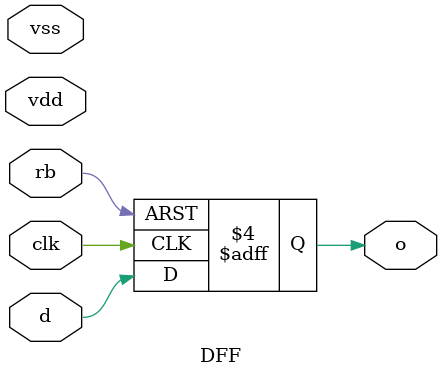
<source format=sv>
`timescale 1ps/1fs

module DFF(
		//-----Supply Pins---//
		input logic vdd,
		input logic vss,
		
		//-----Input Pins---//
		input logic clk,
		input logic rb,
		input logic d,
		
		//----Output pins----//
		output logic o
		);
initial o <= 0;		
always @(posedge clk or negedge rb )
begin
	if(rb == 1'b0)
	begin
		o = 'd0;
	end
	else
	begin
		o = d;
	end

end

endmodule

</source>
